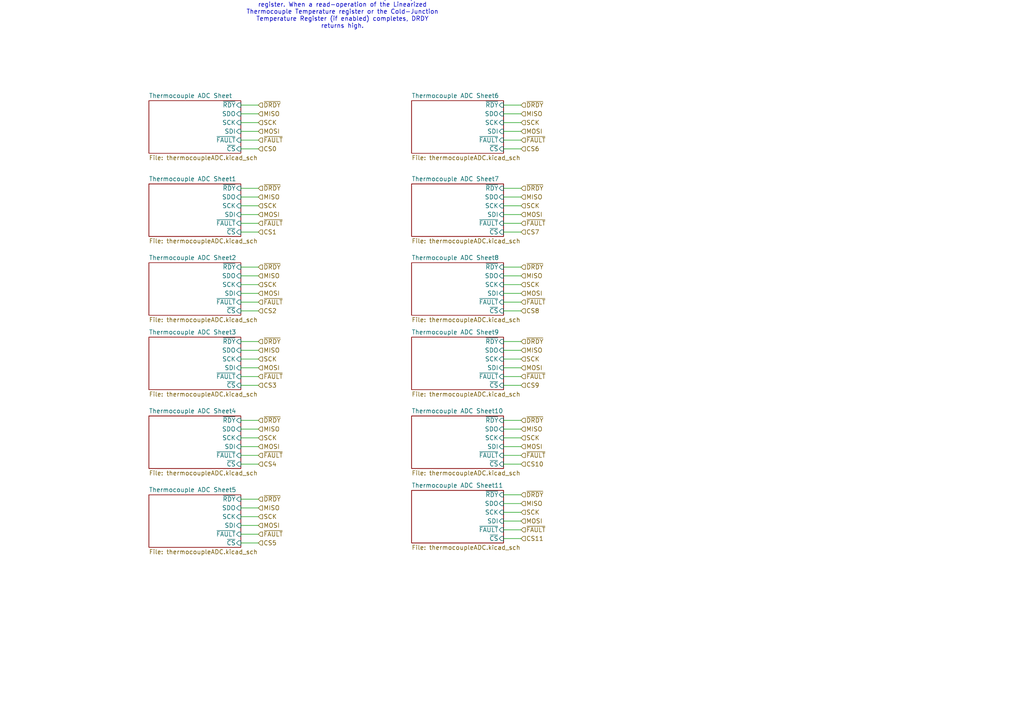
<source format=kicad_sch>
(kicad_sch
	(version 20231120)
	(generator "eeschema")
	(generator_version "8.0")
	(uuid "a1dc12ee-9b9e-406c-981a-12ee910a57ec")
	(paper "A4")
	(lib_symbols)
	(wire
		(pts
			(xy 151.13 85.09) (xy 146.05 85.09)
		)
		(stroke
			(width 0)
			(type default)
		)
		(uuid "101c0eb8-ffb2-4d47-aeb2-18571da2f695")
	)
	(wire
		(pts
			(xy 74.93 144.78) (xy 69.85 144.78)
		)
		(stroke
			(width 0)
			(type default)
		)
		(uuid "16eae572-4b7f-4d49-b2bd-06b749efc7c5")
	)
	(wire
		(pts
			(xy 151.13 129.54) (xy 146.05 129.54)
		)
		(stroke
			(width 0)
			(type default)
		)
		(uuid "20611d62-c2a8-4bab-b17d-1e90deb0c2f6")
	)
	(wire
		(pts
			(xy 151.13 134.62) (xy 146.05 134.62)
		)
		(stroke
			(width 0)
			(type default)
		)
		(uuid "20e53cbd-68b3-4eaf-87e2-d388a52d3093")
	)
	(wire
		(pts
			(xy 74.93 62.23) (xy 69.85 62.23)
		)
		(stroke
			(width 0)
			(type default)
		)
		(uuid "25b03330-ef0b-4ed3-8ba2-3f3da84e3d0e")
	)
	(wire
		(pts
			(xy 151.13 67.31) (xy 146.05 67.31)
		)
		(stroke
			(width 0)
			(type default)
		)
		(uuid "2a3b346a-12c4-4974-ab35-85eee6a34291")
	)
	(wire
		(pts
			(xy 74.93 157.48) (xy 69.85 157.48)
		)
		(stroke
			(width 0)
			(type default)
		)
		(uuid "2a742fa5-ac1d-410b-84f5-d4cddc91f80a")
	)
	(wire
		(pts
			(xy 151.13 146.05) (xy 146.05 146.05)
		)
		(stroke
			(width 0)
			(type default)
		)
		(uuid "309e8ac3-a36a-481d-9ea6-0561a0fcbbbf")
	)
	(wire
		(pts
			(xy 74.93 54.61) (xy 69.85 54.61)
		)
		(stroke
			(width 0)
			(type default)
		)
		(uuid "324b2694-b20a-4e4c-b518-5642712fac52")
	)
	(wire
		(pts
			(xy 151.13 151.13) (xy 146.05 151.13)
		)
		(stroke
			(width 0)
			(type default)
		)
		(uuid "357fd31b-16a6-4368-90da-a205eecff7c4")
	)
	(wire
		(pts
			(xy 151.13 87.63) (xy 146.05 87.63)
		)
		(stroke
			(width 0)
			(type default)
		)
		(uuid "36fc7b79-d300-40ae-af6f-35a2b540594c")
	)
	(wire
		(pts
			(xy 151.13 54.61) (xy 146.05 54.61)
		)
		(stroke
			(width 0)
			(type default)
		)
		(uuid "37974eb4-aa90-417b-a857-2041221f9097")
	)
	(wire
		(pts
			(xy 74.93 106.68) (xy 69.85 106.68)
		)
		(stroke
			(width 0)
			(type default)
		)
		(uuid "3d112aa6-d57d-40fe-978b-aae50e9bf064")
	)
	(wire
		(pts
			(xy 151.13 127) (xy 146.05 127)
		)
		(stroke
			(width 0)
			(type default)
		)
		(uuid "3f1d582c-ba42-4606-97ce-96e4af1c4f98")
	)
	(wire
		(pts
			(xy 151.13 62.23) (xy 146.05 62.23)
		)
		(stroke
			(width 0)
			(type default)
		)
		(uuid "46317e14-c699-4ba8-a1ea-873d2fa05663")
	)
	(wire
		(pts
			(xy 151.13 106.68) (xy 146.05 106.68)
		)
		(stroke
			(width 0)
			(type default)
		)
		(uuid "4b8dc053-a63f-4f7d-8c17-2d2f3c77b7c6")
	)
	(wire
		(pts
			(xy 74.93 59.69) (xy 69.85 59.69)
		)
		(stroke
			(width 0)
			(type default)
		)
		(uuid "4d255792-6123-45ea-b7d1-349c41538ce9")
	)
	(wire
		(pts
			(xy 74.93 87.63) (xy 69.85 87.63)
		)
		(stroke
			(width 0)
			(type default)
		)
		(uuid "4d8f6cc7-4160-4e96-bb6f-96a86c9d9a1b")
	)
	(wire
		(pts
			(xy 74.93 85.09) (xy 69.85 85.09)
		)
		(stroke
			(width 0)
			(type default)
		)
		(uuid "4e7a7b21-e63c-450c-b51c-252c9de3f67b")
	)
	(wire
		(pts
			(xy 151.13 59.69) (xy 146.05 59.69)
		)
		(stroke
			(width 0)
			(type default)
		)
		(uuid "52578701-4029-4205-b933-1d618bc8e523")
	)
	(wire
		(pts
			(xy 151.13 33.02) (xy 146.05 33.02)
		)
		(stroke
			(width 0)
			(type default)
		)
		(uuid "602feaeb-12cd-4b5b-89cc-e7882a5df35b")
	)
	(wire
		(pts
			(xy 151.13 82.55) (xy 146.05 82.55)
		)
		(stroke
			(width 0)
			(type default)
		)
		(uuid "612c0fc1-d25c-4372-b28b-de757c7a689f")
	)
	(wire
		(pts
			(xy 74.93 33.02) (xy 69.85 33.02)
		)
		(stroke
			(width 0)
			(type default)
		)
		(uuid "62609421-71a5-48a1-bc06-8ad01c11ae38")
	)
	(wire
		(pts
			(xy 74.93 43.18) (xy 69.85 43.18)
		)
		(stroke
			(width 0)
			(type default)
		)
		(uuid "6701d21a-2b51-4b09-b057-e6025f14cfd6")
	)
	(wire
		(pts
			(xy 74.93 82.55) (xy 69.85 82.55)
		)
		(stroke
			(width 0)
			(type default)
		)
		(uuid "675caaf5-ab6b-478f-829d-0224089f574b")
	)
	(wire
		(pts
			(xy 151.13 156.21) (xy 146.05 156.21)
		)
		(stroke
			(width 0)
			(type default)
		)
		(uuid "6caef0ee-b98d-41be-84d5-a9e5a238f4b4")
	)
	(wire
		(pts
			(xy 74.93 40.64) (xy 69.85 40.64)
		)
		(stroke
			(width 0)
			(type default)
		)
		(uuid "6e3a186e-5315-4800-99fa-96bd8a5952d2")
	)
	(wire
		(pts
			(xy 74.93 64.77) (xy 69.85 64.77)
		)
		(stroke
			(width 0)
			(type default)
		)
		(uuid "6fc7505c-3b76-4d22-b6ee-3361713f9104")
	)
	(wire
		(pts
			(xy 151.13 43.18) (xy 146.05 43.18)
		)
		(stroke
			(width 0)
			(type default)
		)
		(uuid "78a40dd7-158e-4e53-b96d-fc5e2af5ad06")
	)
	(wire
		(pts
			(xy 151.13 143.51) (xy 146.05 143.51)
		)
		(stroke
			(width 0)
			(type default)
		)
		(uuid "7e7ebdf7-2a2d-4468-85e3-08847f9c12a8")
	)
	(wire
		(pts
			(xy 74.93 38.1) (xy 69.85 38.1)
		)
		(stroke
			(width 0)
			(type default)
		)
		(uuid "80cad9d9-c0d2-44f1-b9aa-b78e5cff3c99")
	)
	(wire
		(pts
			(xy 74.93 30.48) (xy 69.85 30.48)
		)
		(stroke
			(width 0)
			(type default)
		)
		(uuid "83eb29be-9b5f-4977-bba8-b3524326c555")
	)
	(wire
		(pts
			(xy 74.93 147.32) (xy 69.85 147.32)
		)
		(stroke
			(width 0)
			(type default)
		)
		(uuid "84a6ad08-0624-4c64-b1b2-8a8d4c39b176")
	)
	(wire
		(pts
			(xy 151.13 77.47) (xy 146.05 77.47)
		)
		(stroke
			(width 0)
			(type default)
		)
		(uuid "850f5e54-6c58-4b99-8d2c-f9c55dc04947")
	)
	(wire
		(pts
			(xy 74.93 109.22) (xy 69.85 109.22)
		)
		(stroke
			(width 0)
			(type default)
		)
		(uuid "858b914c-7d90-4295-89e9-624ce49f9f71")
	)
	(wire
		(pts
			(xy 74.93 90.17) (xy 69.85 90.17)
		)
		(stroke
			(width 0)
			(type default)
		)
		(uuid "95f07592-9fd2-4032-825a-203954c0517f")
	)
	(wire
		(pts
			(xy 74.93 35.56) (xy 69.85 35.56)
		)
		(stroke
			(width 0)
			(type default)
		)
		(uuid "9c47a7d9-cce6-4f48-a43f-bd46c8abd1d4")
	)
	(wire
		(pts
			(xy 74.93 101.6) (xy 69.85 101.6)
		)
		(stroke
			(width 0)
			(type default)
		)
		(uuid "a118b0b4-2ecf-4b75-b207-677ad0640b5d")
	)
	(wire
		(pts
			(xy 151.13 99.06) (xy 146.05 99.06)
		)
		(stroke
			(width 0)
			(type default)
		)
		(uuid "a3ac22bd-19ee-4099-b7c1-7c2dbfa3c663")
	)
	(wire
		(pts
			(xy 74.93 104.14) (xy 69.85 104.14)
		)
		(stroke
			(width 0)
			(type default)
		)
		(uuid "a5291bf4-5b41-464d-8d28-11fd3b0881f2")
	)
	(wire
		(pts
			(xy 151.13 90.17) (xy 146.05 90.17)
		)
		(stroke
			(width 0)
			(type default)
		)
		(uuid "a5983a33-2eeb-4743-8f37-da2d213d3e78")
	)
	(wire
		(pts
			(xy 151.13 124.46) (xy 146.05 124.46)
		)
		(stroke
			(width 0)
			(type default)
		)
		(uuid "a6c53970-ff38-4401-a30b-6a789db48c50")
	)
	(wire
		(pts
			(xy 74.93 77.47) (xy 69.85 77.47)
		)
		(stroke
			(width 0)
			(type default)
		)
		(uuid "a7712dbc-fd6d-4c60-a466-a5e46929bd58")
	)
	(wire
		(pts
			(xy 74.93 134.62) (xy 69.85 134.62)
		)
		(stroke
			(width 0)
			(type default)
		)
		(uuid "aa06e377-18ef-4f1b-8602-53d444106517")
	)
	(wire
		(pts
			(xy 74.93 129.54) (xy 69.85 129.54)
		)
		(stroke
			(width 0)
			(type default)
		)
		(uuid "ad5432cd-70a4-4dd7-af0b-72bf0caf7193")
	)
	(wire
		(pts
			(xy 151.13 121.92) (xy 146.05 121.92)
		)
		(stroke
			(width 0)
			(type default)
		)
		(uuid "b02ea900-3684-4c66-9fe7-47c6e11c736e")
	)
	(wire
		(pts
			(xy 74.93 149.86) (xy 69.85 149.86)
		)
		(stroke
			(width 0)
			(type default)
		)
		(uuid "b18a5ba5-3ff9-4e1a-b3b1-8f2adfc28c2f")
	)
	(wire
		(pts
			(xy 74.93 67.31) (xy 69.85 67.31)
		)
		(stroke
			(width 0)
			(type default)
		)
		(uuid "b2eda070-10f7-4dcf-b494-de84687a74be")
	)
	(wire
		(pts
			(xy 151.13 101.6) (xy 146.05 101.6)
		)
		(stroke
			(width 0)
			(type default)
		)
		(uuid "b755f531-ccc5-4df2-a6ec-41794e69c056")
	)
	(wire
		(pts
			(xy 74.93 154.94) (xy 69.85 154.94)
		)
		(stroke
			(width 0)
			(type default)
		)
		(uuid "b8769d97-215f-4649-9698-1f00a00c902d")
	)
	(wire
		(pts
			(xy 151.13 148.59) (xy 146.05 148.59)
		)
		(stroke
			(width 0)
			(type default)
		)
		(uuid "c2e31f91-50a7-433e-9b00-efae8f0e407d")
	)
	(wire
		(pts
			(xy 151.13 104.14) (xy 146.05 104.14)
		)
		(stroke
			(width 0)
			(type default)
		)
		(uuid "c40b0090-dfa5-431f-be9d-58ce6899cfa9")
	)
	(wire
		(pts
			(xy 151.13 38.1) (xy 146.05 38.1)
		)
		(stroke
			(width 0)
			(type default)
		)
		(uuid "c8b51802-08be-4935-90d9-8f4d62cf8d91")
	)
	(wire
		(pts
			(xy 151.13 30.48) (xy 146.05 30.48)
		)
		(stroke
			(width 0)
			(type default)
		)
		(uuid "ccd1e9c4-4c6c-4aee-8b26-a150a31c4d7f")
	)
	(wire
		(pts
			(xy 74.93 121.92) (xy 69.85 121.92)
		)
		(stroke
			(width 0)
			(type default)
		)
		(uuid "d1e5162f-5bff-4381-bbae-805eaefb687a")
	)
	(wire
		(pts
			(xy 74.93 124.46) (xy 69.85 124.46)
		)
		(stroke
			(width 0)
			(type default)
		)
		(uuid "d4b3c1c0-68d2-43a8-b85c-f950cda4519f")
	)
	(wire
		(pts
			(xy 74.93 111.76) (xy 69.85 111.76)
		)
		(stroke
			(width 0)
			(type default)
		)
		(uuid "de98839e-5e0f-4e5f-a61d-f91a40ced01f")
	)
	(wire
		(pts
			(xy 151.13 111.76) (xy 146.05 111.76)
		)
		(stroke
			(width 0)
			(type default)
		)
		(uuid "deb4dec6-ce40-4944-b311-ac310c6b5ad4")
	)
	(wire
		(pts
			(xy 74.93 152.4) (xy 69.85 152.4)
		)
		(stroke
			(width 0)
			(type default)
		)
		(uuid "e2d12d1e-4ce9-4a02-898a-8e706ef62a88")
	)
	(wire
		(pts
			(xy 74.93 57.15) (xy 69.85 57.15)
		)
		(stroke
			(width 0)
			(type default)
		)
		(uuid "e65b0065-a850-4e76-a959-bff9fe3b2cac")
	)
	(wire
		(pts
			(xy 151.13 80.01) (xy 146.05 80.01)
		)
		(stroke
			(width 0)
			(type default)
		)
		(uuid "e6912168-7bb6-483c-8c2e-5563a565b35f")
	)
	(wire
		(pts
			(xy 74.93 132.08) (xy 69.85 132.08)
		)
		(stroke
			(width 0)
			(type default)
		)
		(uuid "e6ed4a06-f8dd-47ac-96e8-3ace83c5021e")
	)
	(wire
		(pts
			(xy 151.13 153.67) (xy 146.05 153.67)
		)
		(stroke
			(width 0)
			(type default)
		)
		(uuid "e9169a3f-daf5-4fb1-a96d-c7e0beb54fde")
	)
	(wire
		(pts
			(xy 151.13 132.08) (xy 146.05 132.08)
		)
		(stroke
			(width 0)
			(type default)
		)
		(uuid "eb636c43-c342-4496-870a-cac2ac528bcf")
	)
	(wire
		(pts
			(xy 74.93 80.01) (xy 69.85 80.01)
		)
		(stroke
			(width 0)
			(type default)
		)
		(uuid "ebf58ce1-cb2b-4477-82fd-2cc29d531132")
	)
	(wire
		(pts
			(xy 74.93 127) (xy 69.85 127)
		)
		(stroke
			(width 0)
			(type default)
		)
		(uuid "ee0682bd-24dc-431f-a0f9-1a3c26bc76b8")
	)
	(wire
		(pts
			(xy 151.13 64.77) (xy 146.05 64.77)
		)
		(stroke
			(width 0)
			(type default)
		)
		(uuid "eeb9e7d9-538d-4798-b832-2afbe75d399b")
	)
	(wire
		(pts
			(xy 151.13 109.22) (xy 146.05 109.22)
		)
		(stroke
			(width 0)
			(type default)
		)
		(uuid "ef83c133-da1b-4063-97f9-6089b3ab4861")
	)
	(wire
		(pts
			(xy 151.13 57.15) (xy 146.05 57.15)
		)
		(stroke
			(width 0)
			(type default)
		)
		(uuid "faf0ed11-2a6f-48f3-9228-58d65d79b62e")
	)
	(wire
		(pts
			(xy 74.93 99.06) (xy 69.85 99.06)
		)
		(stroke
			(width 0)
			(type default)
		)
		(uuid "fb673330-7196-4978-b6ed-a653eab4f5c9")
	)
	(wire
		(pts
			(xy 151.13 40.64) (xy 146.05 40.64)
		)
		(stroke
			(width 0)
			(type default)
		)
		(uuid "fb830661-19a2-4750-8a05-1a6ee2ba825c")
	)
	(wire
		(pts
			(xy 151.13 35.56) (xy 146.05 35.56)
		)
		(stroke
			(width 0)
			(type default)
		)
		(uuid "ffae81aa-cf9d-4c7e-a0f0-e7ebffd5838d")
	)
	(text "If a threshold is exceeded, the\ncorresponding bit is set in the Fault Status register (0Fh)\nand, if not masked, the FAULT output will assert. "
		(exclude_from_sim no)
		(at 97.79 -14.986 0)
		(effects
			(font
				(size 1.27 1.27)
			)
		)
		(uuid "83cb66a7-3809-4b57-b1fa-6f027401ee64")
	)
	(text "The DRDY output goes low when a new conversion result\nis available in the Linearized Thermocouple Temperature\nregister. When a read-operation of the Linearized\nThermocouple Temperature register or the Cold-Junction\nTemperature Register (if enabled) completes, DRDY\nreturns high."
		(exclude_from_sim no)
		(at 99.314 2.54 0)
		(effects
			(font
				(size 1.27 1.27)
			)
		)
		(uuid "f5053e7e-3920-49ff-9a35-de773cab2652")
	)
	(hierarchical_label "MOSI"
		(shape input)
		(at 151.13 106.68 0)
		(fields_autoplaced yes)
		(effects
			(font
				(size 1.27 1.27)
			)
			(justify left)
		)
		(uuid "007aa6be-8fb2-40b9-b603-54a847f2d539")
	)
	(hierarchical_label "MISO"
		(shape input)
		(at 74.93 80.01 0)
		(fields_autoplaced yes)
		(effects
			(font
				(size 1.27 1.27)
			)
			(justify left)
		)
		(uuid "0341d026-289d-4aca-94a3-c98299f9da85")
	)
	(hierarchical_label "MISO"
		(shape input)
		(at 151.13 124.46 0)
		(fields_autoplaced yes)
		(effects
			(font
				(size 1.27 1.27)
			)
			(justify left)
		)
		(uuid "05a745ec-c78f-47ec-a298-4a64300abd36")
	)
	(hierarchical_label "~{DRDY}"
		(shape input)
		(at 151.13 99.06 0)
		(fields_autoplaced yes)
		(effects
			(font
				(size 1.27 1.27)
			)
			(justify left)
		)
		(uuid "0a05a431-72f3-4ff3-a8e3-0184f45edfbf")
	)
	(hierarchical_label "~{DRDY}"
		(shape input)
		(at 151.13 143.51 0)
		(fields_autoplaced yes)
		(effects
			(font
				(size 1.27 1.27)
			)
			(justify left)
		)
		(uuid "0eeb199b-5c52-456e-a132-4e54c5026f97")
	)
	(hierarchical_label "~{DRDY}"
		(shape input)
		(at 74.93 30.48 0)
		(fields_autoplaced yes)
		(effects
			(font
				(size 1.27 1.27)
			)
			(justify left)
		)
		(uuid "0f4617dc-a9d7-4b41-bd90-541949952650")
	)
	(hierarchical_label "SCK"
		(shape input)
		(at 74.93 59.69 0)
		(fields_autoplaced yes)
		(effects
			(font
				(size 1.27 1.27)
			)
			(justify left)
		)
		(uuid "12c52028-d4fc-41b3-bfe8-68612bac481f")
	)
	(hierarchical_label "MISO"
		(shape input)
		(at 74.93 101.6 0)
		(fields_autoplaced yes)
		(effects
			(font
				(size 1.27 1.27)
			)
			(justify left)
		)
		(uuid "14901a0c-68a5-4850-b6b7-4b8a696430a4")
	)
	(hierarchical_label "MISO"
		(shape input)
		(at 151.13 146.05 0)
		(fields_autoplaced yes)
		(effects
			(font
				(size 1.27 1.27)
			)
			(justify left)
		)
		(uuid "1f9ea78a-14be-4e00-adb0-c747c50b3721")
	)
	(hierarchical_label "MOSI"
		(shape input)
		(at 74.93 106.68 0)
		(fields_autoplaced yes)
		(effects
			(font
				(size 1.27 1.27)
			)
			(justify left)
		)
		(uuid "21b73118-c8e1-4043-98b2-750665501fd7")
	)
	(hierarchical_label "~{FAULT}"
		(shape input)
		(at 74.93 87.63 0)
		(fields_autoplaced yes)
		(effects
			(font
				(size 1.27 1.27)
			)
			(justify left)
		)
		(uuid "2520c70e-f509-4b70-8f1a-77f2ecc06864")
	)
	(hierarchical_label "MISO"
		(shape input)
		(at 151.13 57.15 0)
		(fields_autoplaced yes)
		(effects
			(font
				(size 1.27 1.27)
			)
			(justify left)
		)
		(uuid "28d00c2c-15da-47fa-a636-7ef1980b160a")
	)
	(hierarchical_label "~{FAULT}"
		(shape input)
		(at 151.13 40.64 0)
		(fields_autoplaced yes)
		(effects
			(font
				(size 1.27 1.27)
			)
			(justify left)
		)
		(uuid "2e5ac73d-3e04-4863-8ed7-2da169e118c4")
	)
	(hierarchical_label "MOSI"
		(shape input)
		(at 151.13 129.54 0)
		(fields_autoplaced yes)
		(effects
			(font
				(size 1.27 1.27)
			)
			(justify left)
		)
		(uuid "2e6ab30f-359a-47da-9c2b-bbe02c2fc9ea")
	)
	(hierarchical_label "~{DRDY}"
		(shape input)
		(at 151.13 77.47 0)
		(fields_autoplaced yes)
		(effects
			(font
				(size 1.27 1.27)
			)
			(justify left)
		)
		(uuid "3762d4fc-45aa-4a17-8f75-0ab2945a9e1c")
	)
	(hierarchical_label "MOSI"
		(shape input)
		(at 151.13 151.13 0)
		(fields_autoplaced yes)
		(effects
			(font
				(size 1.27 1.27)
			)
			(justify left)
		)
		(uuid "37a3d707-ec7a-49c1-8e78-104fd576b7f4")
	)
	(hierarchical_label "CS8"
		(shape input)
		(at 151.13 90.17 0)
		(fields_autoplaced yes)
		(effects
			(font
				(size 1.27 1.27)
			)
			(justify left)
		)
		(uuid "3da93f83-6145-4f52-bfac-f487bc3afb75")
	)
	(hierarchical_label "CS0"
		(shape input)
		(at 74.93 43.18 0)
		(fields_autoplaced yes)
		(effects
			(font
				(size 1.27 1.27)
			)
			(justify left)
		)
		(uuid "44d9fe3e-e9be-4696-a778-b4fe3eab87e7")
	)
	(hierarchical_label "~{FAULT}"
		(shape input)
		(at 151.13 87.63 0)
		(fields_autoplaced yes)
		(effects
			(font
				(size 1.27 1.27)
			)
			(justify left)
		)
		(uuid "454da1e7-1e36-49e9-bc7f-17b8f64c9d0c")
	)
	(hierarchical_label "CS11"
		(shape input)
		(at 151.13 156.21 0)
		(fields_autoplaced yes)
		(effects
			(font
				(size 1.27 1.27)
			)
			(justify left)
		)
		(uuid "4618ffe1-3999-4f55-a9b1-86fabf3e68d2")
	)
	(hierarchical_label "MISO"
		(shape input)
		(at 151.13 80.01 0)
		(fields_autoplaced yes)
		(effects
			(font
				(size 1.27 1.27)
			)
			(justify left)
		)
		(uuid "4907861c-142c-49d0-a025-80478006ab85")
	)
	(hierarchical_label "SCK"
		(shape input)
		(at 74.93 82.55 0)
		(fields_autoplaced yes)
		(effects
			(font
				(size 1.27 1.27)
			)
			(justify left)
		)
		(uuid "493c1a29-2e07-45ee-bb51-fcd5048912cc")
	)
	(hierarchical_label "SCK"
		(shape input)
		(at 74.93 35.56 0)
		(fields_autoplaced yes)
		(effects
			(font
				(size 1.27 1.27)
			)
			(justify left)
		)
		(uuid "49565882-f6e4-4c0f-b745-bf678458dcc8")
	)
	(hierarchical_label "~{DRDY}"
		(shape input)
		(at 74.93 99.06 0)
		(fields_autoplaced yes)
		(effects
			(font
				(size 1.27 1.27)
			)
			(justify left)
		)
		(uuid "4c0f7016-2e99-497b-9b1a-2fa356f9a38c")
	)
	(hierarchical_label "~{FAULT}"
		(shape input)
		(at 151.13 132.08 0)
		(fields_autoplaced yes)
		(effects
			(font
				(size 1.27 1.27)
			)
			(justify left)
		)
		(uuid "4f83eb3a-97af-4def-9cfd-88dbaa69a391")
	)
	(hierarchical_label "MOSI"
		(shape input)
		(at 151.13 38.1 0)
		(fields_autoplaced yes)
		(effects
			(font
				(size 1.27 1.27)
			)
			(justify left)
		)
		(uuid "509fd540-3fac-47b3-9fb8-ee4f9724ed00")
	)
	(hierarchical_label "~{DRDY}"
		(shape input)
		(at 74.93 121.92 0)
		(fields_autoplaced yes)
		(effects
			(font
				(size 1.27 1.27)
			)
			(justify left)
		)
		(uuid "51bd95f2-ce23-479f-b026-05502a8bdda4")
	)
	(hierarchical_label "~{FAULT}"
		(shape input)
		(at 74.93 40.64 0)
		(fields_autoplaced yes)
		(effects
			(font
				(size 1.27 1.27)
			)
			(justify left)
		)
		(uuid "52d7e593-b59d-4710-9b02-9d5917adddd1")
	)
	(hierarchical_label "~{FAULT}"
		(shape input)
		(at 74.93 109.22 0)
		(fields_autoplaced yes)
		(effects
			(font
				(size 1.27 1.27)
			)
			(justify left)
		)
		(uuid "53bcdd9d-61e4-4c66-ae91-57479c3b9152")
	)
	(hierarchical_label "~{FAULT}"
		(shape input)
		(at 151.13 64.77 0)
		(fields_autoplaced yes)
		(effects
			(font
				(size 1.27 1.27)
			)
			(justify left)
		)
		(uuid "555e194d-fa72-4163-aa18-a5f9878f4e5c")
	)
	(hierarchical_label "~{FAULT}"
		(shape input)
		(at 151.13 109.22 0)
		(fields_autoplaced yes)
		(effects
			(font
				(size 1.27 1.27)
			)
			(justify left)
		)
		(uuid "576e4ed7-6d88-4e34-b7ca-aa90de0ab379")
	)
	(hierarchical_label "SCK"
		(shape input)
		(at 74.93 104.14 0)
		(fields_autoplaced yes)
		(effects
			(font
				(size 1.27 1.27)
			)
			(justify left)
		)
		(uuid "5c4bf52a-90d1-489d-92da-365877dd4813")
	)
	(hierarchical_label "SCK"
		(shape input)
		(at 151.13 59.69 0)
		(fields_autoplaced yes)
		(effects
			(font
				(size 1.27 1.27)
			)
			(justify left)
		)
		(uuid "6294890d-4bfd-4300-97bc-e699e5b47b78")
	)
	(hierarchical_label "SCK"
		(shape input)
		(at 74.93 127 0)
		(fields_autoplaced yes)
		(effects
			(font
				(size 1.27 1.27)
			)
			(justify left)
		)
		(uuid "652380d0-4cf5-4d09-aa98-b393ebd35180")
	)
	(hierarchical_label "~{FAULT}"
		(shape input)
		(at 74.93 154.94 0)
		(fields_autoplaced yes)
		(effects
			(font
				(size 1.27 1.27)
			)
			(justify left)
		)
		(uuid "6c0b5d28-2c95-4263-b315-5699bdebfeed")
	)
	(hierarchical_label "MISO"
		(shape input)
		(at 151.13 33.02 0)
		(fields_autoplaced yes)
		(effects
			(font
				(size 1.27 1.27)
			)
			(justify left)
		)
		(uuid "7c58ba1e-b41f-4dc4-8db3-ddfa0ba4cffb")
	)
	(hierarchical_label "CS7"
		(shape input)
		(at 151.13 67.31 0)
		(fields_autoplaced yes)
		(effects
			(font
				(size 1.27 1.27)
			)
			(justify left)
		)
		(uuid "7cd5ec4c-0c3d-487e-af25-4df49f0ac677")
	)
	(hierarchical_label "CS9"
		(shape input)
		(at 151.13 111.76 0)
		(fields_autoplaced yes)
		(effects
			(font
				(size 1.27 1.27)
			)
			(justify left)
		)
		(uuid "809e1cd7-1869-459d-bc94-1ae8007e3595")
	)
	(hierarchical_label "~{FAULT}"
		(shape input)
		(at 151.13 153.67 0)
		(fields_autoplaced yes)
		(effects
			(font
				(size 1.27 1.27)
			)
			(justify left)
		)
		(uuid "83647b3d-c19f-4d1d-9237-a13bb543bd5d")
	)
	(hierarchical_label "~{FAULT}"
		(shape input)
		(at 74.93 132.08 0)
		(fields_autoplaced yes)
		(effects
			(font
				(size 1.27 1.27)
			)
			(justify left)
		)
		(uuid "83cbb3b8-58ab-4ef3-8e3b-b33464f1f961")
	)
	(hierarchical_label "~{DRDY}"
		(shape input)
		(at 151.13 30.48 0)
		(fields_autoplaced yes)
		(effects
			(font
				(size 1.27 1.27)
			)
			(justify left)
		)
		(uuid "84a1af40-0a10-49e3-b1e4-cd5fbbe3959e")
	)
	(hierarchical_label "CS2"
		(shape input)
		(at 74.93 90.17 0)
		(fields_autoplaced yes)
		(effects
			(font
				(size 1.27 1.27)
			)
			(justify left)
		)
		(uuid "88ff24bb-5fd2-4281-9c53-0c224f1df3ea")
	)
	(hierarchical_label "~{DRDY}"
		(shape input)
		(at 74.93 144.78 0)
		(fields_autoplaced yes)
		(effects
			(font
				(size 1.27 1.27)
			)
			(justify left)
		)
		(uuid "89014b85-8058-459a-8007-e68691893beb")
	)
	(hierarchical_label "SCK"
		(shape input)
		(at 151.13 35.56 0)
		(fields_autoplaced yes)
		(effects
			(font
				(size 1.27 1.27)
			)
			(justify left)
		)
		(uuid "915b36e9-d721-4b1a-9117-45fdbd120905")
	)
	(hierarchical_label "MISO"
		(shape input)
		(at 151.13 101.6 0)
		(fields_autoplaced yes)
		(effects
			(font
				(size 1.27 1.27)
			)
			(justify left)
		)
		(uuid "92261d70-6500-4eb3-b195-60070c1a4cec")
	)
	(hierarchical_label "~{DRDY}"
		(shape input)
		(at 74.93 77.47 0)
		(fields_autoplaced yes)
		(effects
			(font
				(size 1.27 1.27)
			)
			(justify left)
		)
		(uuid "96fc640b-d637-4ac8-a2b3-f801e8bdfcc3")
	)
	(hierarchical_label "~{DRDY}"
		(shape input)
		(at 151.13 54.61 0)
		(fields_autoplaced yes)
		(effects
			(font
				(size 1.27 1.27)
			)
			(justify left)
		)
		(uuid "972d43a1-f819-4614-85d6-7711e6d69861")
	)
	(hierarchical_label "MISO"
		(shape input)
		(at 74.93 33.02 0)
		(fields_autoplaced yes)
		(effects
			(font
				(size 1.27 1.27)
			)
			(justify left)
		)
		(uuid "9a3d9b80-1cc3-4ab0-bc4c-a43b4cf310e9")
	)
	(hierarchical_label "SCK"
		(shape input)
		(at 151.13 104.14 0)
		(fields_autoplaced yes)
		(effects
			(font
				(size 1.27 1.27)
			)
			(justify left)
		)
		(uuid "a1e6789b-4d27-4bf3-88d5-e58ed9e6f203")
	)
	(hierarchical_label "SCK"
		(shape input)
		(at 151.13 127 0)
		(fields_autoplaced yes)
		(effects
			(font
				(size 1.27 1.27)
			)
			(justify left)
		)
		(uuid "a4d76b91-500a-4cda-8633-9643af314fee")
	)
	(hierarchical_label "~{FAULT}"
		(shape input)
		(at 74.93 64.77 0)
		(fields_autoplaced yes)
		(effects
			(font
				(size 1.27 1.27)
			)
			(justify left)
		)
		(uuid "a5277b31-aa97-43d6-af27-75ade8816664")
	)
	(hierarchical_label "~{DRDY}"
		(shape input)
		(at 151.13 121.92 0)
		(fields_autoplaced yes)
		(effects
			(font
				(size 1.27 1.27)
			)
			(justify left)
		)
		(uuid "a93b340b-a28e-4373-8e03-2dcdfe74b3f0")
	)
	(hierarchical_label "MOSI"
		(shape input)
		(at 74.93 152.4 0)
		(fields_autoplaced yes)
		(effects
			(font
				(size 1.27 1.27)
			)
			(justify left)
		)
		(uuid "b0a23b0a-f396-47ff-8f88-ccdfa6bafab7")
	)
	(hierarchical_label "CS4"
		(shape input)
		(at 74.93 134.62 0)
		(fields_autoplaced yes)
		(effects
			(font
				(size 1.27 1.27)
			)
			(justify left)
		)
		(uuid "b32dac5c-f623-45ad-bcb9-0ba7acc5af6c")
	)
	(hierarchical_label "SCK"
		(shape input)
		(at 151.13 82.55 0)
		(fields_autoplaced yes)
		(effects
			(font
				(size 1.27 1.27)
			)
			(justify left)
		)
		(uuid "b5df05f0-b1f0-47ed-a065-e995cd1b45eb")
	)
	(hierarchical_label "MISO"
		(shape input)
		(at 74.93 124.46 0)
		(fields_autoplaced yes)
		(effects
			(font
				(size 1.27 1.27)
			)
			(justify left)
		)
		(uuid "b6d8db57-bda0-4b78-a25f-c1d335af24bb")
	)
	(hierarchical_label "MOSI"
		(shape input)
		(at 74.93 38.1 0)
		(fields_autoplaced yes)
		(effects
			(font
				(size 1.27 1.27)
			)
			(justify left)
		)
		(uuid "bacbb878-8a80-4a96-8d25-6f56663e8db2")
	)
	(hierarchical_label "MISO"
		(shape input)
		(at 74.93 57.15 0)
		(fields_autoplaced yes)
		(effects
			(font
				(size 1.27 1.27)
			)
			(justify left)
		)
		(uuid "bde8ce3b-f64f-42e9-bb17-4bc4949a4107")
	)
	(hierarchical_label "SCK"
		(shape input)
		(at 151.13 148.59 0)
		(fields_autoplaced yes)
		(effects
			(font
				(size 1.27 1.27)
			)
			(justify left)
		)
		(uuid "c6f964df-4b15-4b35-b067-dfd8a22f1499")
	)
	(hierarchical_label "MISO"
		(shape input)
		(at 74.93 147.32 0)
		(fields_autoplaced yes)
		(effects
			(font
				(size 1.27 1.27)
			)
			(justify left)
		)
		(uuid "c8221324-17af-443e-a9f6-a1c3a264af17")
	)
	(hierarchical_label "CS1"
		(shape input)
		(at 74.93 67.31 0)
		(fields_autoplaced yes)
		(effects
			(font
				(size 1.27 1.27)
			)
			(justify left)
		)
		(uuid "cdf86f29-8522-4e4c-9f89-ef41013c0dfd")
	)
	(hierarchical_label "MOSI"
		(shape input)
		(at 74.93 62.23 0)
		(fields_autoplaced yes)
		(effects
			(font
				(size 1.27 1.27)
			)
			(justify left)
		)
		(uuid "d059e52b-2431-4ac9-886a-694391936b99")
	)
	(hierarchical_label "CS6"
		(shape input)
		(at 151.13 43.18 0)
		(fields_autoplaced yes)
		(effects
			(font
				(size 1.27 1.27)
			)
			(justify left)
		)
		(uuid "d266564c-2a0c-4cc9-ae20-f9a7e8506579")
	)
	(hierarchical_label "CS3"
		(shape input)
		(at 74.93 111.76 0)
		(fields_autoplaced yes)
		(effects
			(font
				(size 1.27 1.27)
			)
			(justify left)
		)
		(uuid "d99e80ac-3706-4177-a512-e5f433d562d6")
	)
	(hierarchical_label "MOSI"
		(shape input)
		(at 74.93 85.09 0)
		(fields_autoplaced yes)
		(effects
			(font
				(size 1.27 1.27)
			)
			(justify left)
		)
		(uuid "de45ac2b-117b-4a21-9d77-8a5dea35bc67")
	)
	(hierarchical_label "MOSI"
		(shape input)
		(at 74.93 129.54 0)
		(fields_autoplaced yes)
		(effects
			(font
				(size 1.27 1.27)
			)
			(justify left)
		)
		(uuid "e1ba7815-b20e-492d-be72-c723ef92c9da")
	)
	(hierarchical_label "~{DRDY}"
		(shape input)
		(at 74.93 54.61 0)
		(fields_autoplaced yes)
		(effects
			(font
				(size 1.27 1.27)
			)
			(justify left)
		)
		(uuid "e232886e-f0e0-475e-a8b1-d079b2a273b8")
	)
	(hierarchical_label "CS5"
		(shape input)
		(at 74.93 157.48 0)
		(fields_autoplaced yes)
		(effects
			(font
				(size 1.27 1.27)
			)
			(justify left)
		)
		(uuid "e6c2ad89-7788-416c-ac64-832f367d6203")
	)
	(hierarchical_label "CS10"
		(shape input)
		(at 151.13 134.62 0)
		(fields_autoplaced yes)
		(effects
			(font
				(size 1.27 1.27)
			)
			(justify left)
		)
		(uuid "f24c71f2-2cbd-457a-9460-39cf0ebd9a8c")
	)
	(hierarchical_label "MOSI"
		(shape input)
		(at 151.13 62.23 0)
		(fields_autoplaced yes)
		(effects
			(font
				(size 1.27 1.27)
			)
			(justify left)
		)
		(uuid "f5ea332d-3fb9-455e-a096-891093fa8ad5")
	)
	(hierarchical_label "SCK"
		(shape input)
		(at 74.93 149.86 0)
		(fields_autoplaced yes)
		(effects
			(font
				(size 1.27 1.27)
			)
			(justify left)
		)
		(uuid "fa526763-9739-4c2c-90d7-56c180e14311")
	)
	(hierarchical_label "MOSI"
		(shape input)
		(at 151.13 85.09 0)
		(fields_autoplaced yes)
		(effects
			(font
				(size 1.27 1.27)
			)
			(justify left)
		)
		(uuid "febd23ab-f534-4620-986f-6d8e00f1871c")
	)
	(sheet
		(at 119.38 76.2)
		(size 26.67 15.24)
		(fields_autoplaced yes)
		(stroke
			(width 0.1524)
			(type solid)
		)
		(fill
			(color 0 0 0 0.0000)
		)
		(uuid "0513a691-4c28-4eab-8d5e-f8a5e7290cec")
		(property "Sheetname" "Thermocouple ADC Sheet8"
			(at 119.38 75.4884 0)
			(effects
				(font
					(size 1.27 1.27)
				)
				(justify left bottom)
			)
		)
		(property "Sheetfile" "thermocoupleADC.kicad_sch"
			(at 119.38 92.0246 0)
			(effects
				(font
					(size 1.27 1.27)
				)
				(justify left top)
			)
		)
		(pin "SDO" input
			(at 146.05 80.01 0)
			(effects
				(font
					(size 1.27 1.27)
				)
				(justify right)
			)
			(uuid "74258d70-938d-4d32-9816-d14bb56b7ff5")
		)
		(pin "SCK" input
			(at 146.05 82.55 0)
			(effects
				(font
					(size 1.27 1.27)
				)
				(justify right)
			)
			(uuid "669a3175-28cb-43b7-921b-fc04e52ec604")
		)
		(pin "SDI" input
			(at 146.05 85.09 0)
			(effects
				(font
					(size 1.27 1.27)
				)
				(justify right)
			)
			(uuid "8f22280e-a022-4fd7-bc14-99cc01d5d9df")
		)
		(pin "~{FAULT}" input
			(at 146.05 87.63 0)
			(effects
				(font
					(size 1.27 1.27)
				)
				(justify right)
			)
			(uuid "913652d2-1c7d-4a29-bc07-e099e94a9d1c")
		)
		(pin "~{CS}" input
			(at 146.05 90.17 0)
			(effects
				(font
					(size 1.27 1.27)
				)
				(justify right)
			)
			(uuid "6547d654-380d-436e-b130-b7431c69aa44")
		)
		(pin "~{RDY}" input
			(at 146.05 77.47 0)
			(effects
				(font
					(size 1.27 1.27)
				)
				(justify right)
			)
			(uuid "a7c69c05-7b2c-4a0c-a8fd-4a5308131732")
		)
		(instances
			(project "drTemp"
				(path "/4bb0d1e5-3eb7-4546-854c-b960971c031a/aa3d05e7-46c5-4409-8c5f-56085c6de45e"
					(page "11")
				)
			)
		)
	)
	(sheet
		(at 119.38 142.24)
		(size 26.67 15.24)
		(fields_autoplaced yes)
		(stroke
			(width 0.1524)
			(type solid)
		)
		(fill
			(color 0 0 0 0.0000)
		)
		(uuid "0e0af38b-d5be-4785-828e-e3327e07cb68")
		(property "Sheetname" "Thermocouple ADC Sheet11"
			(at 119.38 141.5284 0)
			(effects
				(font
					(size 1.27 1.27)
				)
				(justify left bottom)
			)
		)
		(property "Sheetfile" "thermocoupleADC.kicad_sch"
			(at 119.38 158.0646 0)
			(effects
				(font
					(size 1.27 1.27)
				)
				(justify left top)
			)
		)
		(pin "SDO" input
			(at 146.05 146.05 0)
			(effects
				(font
					(size 1.27 1.27)
				)
				(justify right)
			)
			(uuid "2a1a3a66-750f-42c5-a39f-893fa2646726")
		)
		(pin "SCK" input
			(at 146.05 148.59 0)
			(effects
				(font
					(size 1.27 1.27)
				)
				(justify right)
			)
			(uuid "f191ae35-428f-4b4c-88e6-f786797b9d9a")
		)
		(pin "SDI" input
			(at 146.05 151.13 0)
			(effects
				(font
					(size 1.27 1.27)
				)
				(justify right)
			)
			(uuid "cb29e5a0-d48a-4452-8864-f858d8affbec")
		)
		(pin "~{FAULT}" input
			(at 146.05 153.67 0)
			(effects
				(font
					(size 1.27 1.27)
				)
				(justify right)
			)
			(uuid "7fdef619-f6fc-458a-8935-f24a373da20d")
		)
		(pin "~{CS}" input
			(at 146.05 156.21 0)
			(effects
				(font
					(size 1.27 1.27)
				)
				(justify right)
			)
			(uuid "4b1e1372-5e9a-45e0-82ca-a31247b4a82e")
		)
		(pin "~{RDY}" input
			(at 146.05 143.51 0)
			(effects
				(font
					(size 1.27 1.27)
				)
				(justify right)
			)
			(uuid "f2e2613b-7778-46ac-a19d-fe92105ceaf5")
		)
		(instances
			(project "drTemp"
				(path "/4bb0d1e5-3eb7-4546-854c-b960971c031a/aa3d05e7-46c5-4409-8c5f-56085c6de45e"
					(page "14")
				)
			)
		)
	)
	(sheet
		(at 43.18 97.79)
		(size 26.67 15.24)
		(fields_autoplaced yes)
		(stroke
			(width 0.1524)
			(type solid)
		)
		(fill
			(color 0 0 0 0.0000)
		)
		(uuid "1827d7ba-ef03-4963-8881-86637b86e37d")
		(property "Sheetname" "Thermocouple ADC Sheet3"
			(at 43.18 97.0784 0)
			(effects
				(font
					(size 1.27 1.27)
				)
				(justify left bottom)
			)
		)
		(property "Sheetfile" "thermocoupleADC.kicad_sch"
			(at 43.18 113.6146 0)
			(effects
				(font
					(size 1.27 1.27)
				)
				(justify left top)
			)
		)
		(pin "SDO" input
			(at 69.85 101.6 0)
			(effects
				(font
					(size 1.27 1.27)
				)
				(justify right)
			)
			(uuid "f40c9d24-0486-476d-90af-56e5bf250fd8")
		)
		(pin "SCK" input
			(at 69.85 104.14 0)
			(effects
				(font
					(size 1.27 1.27)
				)
				(justify right)
			)
			(uuid "f8a577a4-d102-46e6-94ec-565cb7676e5d")
		)
		(pin "SDI" input
			(at 69.85 106.68 0)
			(effects
				(font
					(size 1.27 1.27)
				)
				(justify right)
			)
			(uuid "d863c3ac-2dd4-4950-8b4e-ee2ddf77ce17")
		)
		(pin "~{FAULT}" input
			(at 69.85 109.22 0)
			(effects
				(font
					(size 1.27 1.27)
				)
				(justify right)
			)
			(uuid "f8708802-b54c-4e15-9b8c-c846b43730bd")
		)
		(pin "~{CS}" input
			(at 69.85 111.76 0)
			(effects
				(font
					(size 1.27 1.27)
				)
				(justify right)
			)
			(uuid "c6b094a9-423e-4c57-9166-d9b6ec7811d6")
		)
		(pin "~{RDY}" input
			(at 69.85 99.06 0)
			(effects
				(font
					(size 1.27 1.27)
				)
				(justify right)
			)
			(uuid "a015f9eb-a668-4e2e-a627-dccf5b94ef78")
		)
		(instances
			(project "drTemp"
				(path "/4bb0d1e5-3eb7-4546-854c-b960971c031a/aa3d05e7-46c5-4409-8c5f-56085c6de45e"
					(page "6")
				)
			)
		)
	)
	(sheet
		(at 119.38 120.65)
		(size 26.67 15.24)
		(fields_autoplaced yes)
		(stroke
			(width 0.1524)
			(type solid)
		)
		(fill
			(color 0 0 0 0.0000)
		)
		(uuid "1848904c-4f9c-4b3e-9230-b2f9d363a619")
		(property "Sheetname" "Thermocouple ADC Sheet10"
			(at 119.38 119.9384 0)
			(effects
				(font
					(size 1.27 1.27)
				)
				(justify left bottom)
			)
		)
		(property "Sheetfile" "thermocoupleADC.kicad_sch"
			(at 119.38 136.4746 0)
			(effects
				(font
					(size 1.27 1.27)
				)
				(justify left top)
			)
		)
		(pin "SDO" input
			(at 146.05 124.46 0)
			(effects
				(font
					(size 1.27 1.27)
				)
				(justify right)
			)
			(uuid "6afdccee-f797-4056-94a0-6603142b0bff")
		)
		(pin "SCK" input
			(at 146.05 127 0)
			(effects
				(font
					(size 1.27 1.27)
				)
				(justify right)
			)
			(uuid "f7b95142-0c21-468c-bcf3-a54eb189b8f7")
		)
		(pin "SDI" input
			(at 146.05 129.54 0)
			(effects
				(font
					(size 1.27 1.27)
				)
				(justify right)
			)
			(uuid "54840f47-a6e6-421c-aa61-ff57cf7a1b85")
		)
		(pin "~{FAULT}" input
			(at 146.05 132.08 0)
			(effects
				(font
					(size 1.27 1.27)
				)
				(justify right)
			)
			(uuid "63934d1f-8892-435c-94d3-dbb846377ce5")
		)
		(pin "~{CS}" input
			(at 146.05 134.62 0)
			(effects
				(font
					(size 1.27 1.27)
				)
				(justify right)
			)
			(uuid "37b88055-51e5-4589-935f-5608a2b62d9e")
		)
		(pin "~{RDY}" input
			(at 146.05 121.92 0)
			(effects
				(font
					(size 1.27 1.27)
				)
				(justify right)
			)
			(uuid "ce137d6c-47cf-4e38-af8b-afd22baf4d7c")
		)
		(instances
			(project "drTemp"
				(path "/4bb0d1e5-3eb7-4546-854c-b960971c031a/aa3d05e7-46c5-4409-8c5f-56085c6de45e"
					(page "13")
				)
			)
		)
	)
	(sheet
		(at 43.18 120.65)
		(size 26.67 15.24)
		(fields_autoplaced yes)
		(stroke
			(width 0.1524)
			(type solid)
		)
		(fill
			(color 0 0 0 0.0000)
		)
		(uuid "27278807-682a-47d9-b3e2-7a24d2029f8f")
		(property "Sheetname" "Thermocouple ADC Sheet4"
			(at 43.18 119.9384 0)
			(effects
				(font
					(size 1.27 1.27)
				)
				(justify left bottom)
			)
		)
		(property "Sheetfile" "thermocoupleADC.kicad_sch"
			(at 43.18 136.4746 0)
			(effects
				(font
					(size 1.27 1.27)
				)
				(justify left top)
			)
		)
		(pin "SDO" input
			(at 69.85 124.46 0)
			(effects
				(font
					(size 1.27 1.27)
				)
				(justify right)
			)
			(uuid "7d609cea-7307-4bd8-92f9-245615ea52bd")
		)
		(pin "SCK" input
			(at 69.85 127 0)
			(effects
				(font
					(size 1.27 1.27)
				)
				(justify right)
			)
			(uuid "929213f9-43d3-410a-a87a-974375cef7c2")
		)
		(pin "SDI" input
			(at 69.85 129.54 0)
			(effects
				(font
					(size 1.27 1.27)
				)
				(justify right)
			)
			(uuid "24dfb05e-d604-45b8-87b3-89c1a5e640af")
		)
		(pin "~{FAULT}" input
			(at 69.85 132.08 0)
			(effects
				(font
					(size 1.27 1.27)
				)
				(justify right)
			)
			(uuid "673fed6c-e1b7-48a3-a9cb-e9518e9cdef4")
		)
		(pin "~{CS}" input
			(at 69.85 134.62 0)
			(effects
				(font
					(size 1.27 1.27)
				)
				(justify right)
			)
			(uuid "cd9726c0-27f8-48a0-aecc-8fc7b60cd1f2")
		)
		(pin "~{RDY}" input
			(at 69.85 121.92 0)
			(effects
				(font
					(size 1.27 1.27)
				)
				(justify right)
			)
			(uuid "9d4bd697-d171-4fca-a856-fe4c5542f19c")
		)
		(instances
			(project "drTemp"
				(path "/4bb0d1e5-3eb7-4546-854c-b960971c031a/aa3d05e7-46c5-4409-8c5f-56085c6de45e"
					(page "7")
				)
			)
		)
	)
	(sheet
		(at 43.18 76.2)
		(size 26.67 15.24)
		(fields_autoplaced yes)
		(stroke
			(width 0.1524)
			(type solid)
		)
		(fill
			(color 0 0 0 0.0000)
		)
		(uuid "387bf1bd-0347-4749-8f7e-a9c7e4185d65")
		(property "Sheetname" "Thermocouple ADC Sheet2"
			(at 43.18 75.4884 0)
			(effects
				(font
					(size 1.27 1.27)
				)
				(justify left bottom)
			)
		)
		(property "Sheetfile" "thermocoupleADC.kicad_sch"
			(at 43.18 92.0246 0)
			(effects
				(font
					(size 1.27 1.27)
				)
				(justify left top)
			)
		)
		(pin "SDO" input
			(at 69.85 80.01 0)
			(effects
				(font
					(size 1.27 1.27)
				)
				(justify right)
			)
			(uuid "b9ac42c6-2d82-48b6-8521-9677a0b6b295")
		)
		(pin "SCK" input
			(at 69.85 82.55 0)
			(effects
				(font
					(size 1.27 1.27)
				)
				(justify right)
			)
			(uuid "d246af25-795e-4cf7-9704-9e722d7c7fad")
		)
		(pin "SDI" input
			(at 69.85 85.09 0)
			(effects
				(font
					(size 1.27 1.27)
				)
				(justify right)
			)
			(uuid "dbd7e61e-249d-4f11-805d-2784b2631969")
		)
		(pin "~{FAULT}" input
			(at 69.85 87.63 0)
			(effects
				(font
					(size 1.27 1.27)
				)
				(justify right)
			)
			(uuid "bd4c33e4-f6eb-47b3-b1fa-94df86fd76ce")
		)
		(pin "~{CS}" input
			(at 69.85 90.17 0)
			(effects
				(font
					(size 1.27 1.27)
				)
				(justify right)
			)
			(uuid "feadc8b7-115d-4329-ad5a-c4b140da6b7b")
		)
		(pin "~{RDY}" input
			(at 69.85 77.47 0)
			(effects
				(font
					(size 1.27 1.27)
				)
				(justify right)
			)
			(uuid "1951931c-8b11-4966-a456-62a23d357b51")
		)
		(instances
			(project "drTemp"
				(path "/4bb0d1e5-3eb7-4546-854c-b960971c031a/aa3d05e7-46c5-4409-8c5f-56085c6de45e"
					(page "5")
				)
			)
		)
	)
	(sheet
		(at 119.38 29.21)
		(size 26.67 15.24)
		(fields_autoplaced yes)
		(stroke
			(width 0.1524)
			(type solid)
		)
		(fill
			(color 0 0 0 0.0000)
		)
		(uuid "78ad893d-1da5-4362-859c-4c650af19015")
		(property "Sheetname" "Thermocouple ADC Sheet6"
			(at 119.38 28.4984 0)
			(effects
				(font
					(size 1.27 1.27)
				)
				(justify left bottom)
			)
		)
		(property "Sheetfile" "thermocoupleADC.kicad_sch"
			(at 119.38 45.0346 0)
			(effects
				(font
					(size 1.27 1.27)
				)
				(justify left top)
			)
		)
		(pin "SDO" input
			(at 146.05 33.02 0)
			(effects
				(font
					(size 1.27 1.27)
				)
				(justify right)
			)
			(uuid "9fcb4341-ca15-415f-929d-a79c6f55f7ba")
		)
		(pin "SCK" input
			(at 146.05 35.56 0)
			(effects
				(font
					(size 1.27 1.27)
				)
				(justify right)
			)
			(uuid "0c48e70e-91e8-44b7-b20d-6cee74d753c1")
		)
		(pin "SDI" input
			(at 146.05 38.1 0)
			(effects
				(font
					(size 1.27 1.27)
				)
				(justify right)
			)
			(uuid "66728df8-5e29-479c-ad8f-a4bdc305eb8e")
		)
		(pin "~{FAULT}" input
			(at 146.05 40.64 0)
			(effects
				(font
					(size 1.27 1.27)
				)
				(justify right)
			)
			(uuid "85aea548-b698-46ec-977f-641266f88d91")
		)
		(pin "~{CS}" input
			(at 146.05 43.18 0)
			(effects
				(font
					(size 1.27 1.27)
				)
				(justify right)
			)
			(uuid "ce705146-52fb-442e-b23f-bbeca2c29ff2")
		)
		(pin "~{RDY}" input
			(at 146.05 30.48 0)
			(effects
				(font
					(size 1.27 1.27)
				)
				(justify right)
			)
			(uuid "d47d0db5-ec45-4bb1-b242-1b73ed8620f5")
		)
		(instances
			(project "drTemp"
				(path "/4bb0d1e5-3eb7-4546-854c-b960971c031a/aa3d05e7-46c5-4409-8c5f-56085c6de45e"
					(page "9")
				)
			)
		)
	)
	(sheet
		(at 43.18 143.51)
		(size 26.67 15.24)
		(fields_autoplaced yes)
		(stroke
			(width 0.1524)
			(type solid)
		)
		(fill
			(color 0 0 0 0.0000)
		)
		(uuid "986b8b64-e086-42ff-a8fa-1f4e2d92f2f3")
		(property "Sheetname" "Thermocouple ADC Sheet5"
			(at 43.18 142.7984 0)
			(effects
				(font
					(size 1.27 1.27)
				)
				(justify left bottom)
			)
		)
		(property "Sheetfile" "thermocoupleADC.kicad_sch"
			(at 43.18 159.3346 0)
			(effects
				(font
					(size 1.27 1.27)
				)
				(justify left top)
			)
		)
		(pin "SDO" input
			(at 69.85 147.32 0)
			(effects
				(font
					(size 1.27 1.27)
				)
				(justify right)
			)
			(uuid "de5a181e-e765-45a1-b417-a31aa405a76f")
		)
		(pin "SCK" input
			(at 69.85 149.86 0)
			(effects
				(font
					(size 1.27 1.27)
				)
				(justify right)
			)
			(uuid "833e75c6-7efe-4563-a1ad-490296f8a2b0")
		)
		(pin "SDI" input
			(at 69.85 152.4 0)
			(effects
				(font
					(size 1.27 1.27)
				)
				(justify right)
			)
			(uuid "b06daf1c-e36e-4837-b728-c2424da2925d")
		)
		(pin "~{FAULT}" input
			(at 69.85 154.94 0)
			(effects
				(font
					(size 1.27 1.27)
				)
				(justify right)
			)
			(uuid "81481053-29f2-4cd0-8443-8939dc6a1d68")
		)
		(pin "~{CS}" input
			(at 69.85 157.48 0)
			(effects
				(font
					(size 1.27 1.27)
				)
				(justify right)
			)
			(uuid "f1719d33-ab44-4b61-a71c-e05e1c5fe654")
		)
		(pin "~{RDY}" input
			(at 69.85 144.78 0)
			(effects
				(font
					(size 1.27 1.27)
				)
				(justify right)
			)
			(uuid "6a5003b4-95d1-4a80-8e63-eb30a4f25add")
		)
		(instances
			(project "drTemp"
				(path "/4bb0d1e5-3eb7-4546-854c-b960971c031a/aa3d05e7-46c5-4409-8c5f-56085c6de45e"
					(page "8")
				)
			)
		)
	)
	(sheet
		(at 43.18 53.34)
		(size 26.67 15.24)
		(fields_autoplaced yes)
		(stroke
			(width 0.1524)
			(type solid)
		)
		(fill
			(color 0 0 0 0.0000)
		)
		(uuid "beaaa95f-90d6-4594-8bca-7a93fc78052d")
		(property "Sheetname" "Thermocouple ADC Sheet1"
			(at 43.18 52.6284 0)
			(effects
				(font
					(size 1.27 1.27)
				)
				(justify left bottom)
			)
		)
		(property "Sheetfile" "thermocoupleADC.kicad_sch"
			(at 43.18 69.1646 0)
			(effects
				(font
					(size 1.27 1.27)
				)
				(justify left top)
			)
		)
		(pin "SDO" input
			(at 69.85 57.15 0)
			(effects
				(font
					(size 1.27 1.27)
				)
				(justify right)
			)
			(uuid "39b43d36-98e0-43e2-81eb-b24c3f75b205")
		)
		(pin "SCK" input
			(at 69.85 59.69 0)
			(effects
				(font
					(size 1.27 1.27)
				)
				(justify right)
			)
			(uuid "4ab5c577-13b7-4dc8-aeb6-f7e02ed93650")
		)
		(pin "SDI" input
			(at 69.85 62.23 0)
			(effects
				(font
					(size 1.27 1.27)
				)
				(justify right)
			)
			(uuid "bf87d9bc-eaa0-4e63-a2f0-8cda4cc65cf2")
		)
		(pin "~{FAULT}" input
			(at 69.85 64.77 0)
			(effects
				(font
					(size 1.27 1.27)
				)
				(justify right)
			)
			(uuid "773950bc-3851-40fc-9bad-820006d5afdf")
		)
		(pin "~{CS}" input
			(at 69.85 67.31 0)
			(effects
				(font
					(size 1.27 1.27)
				)
				(justify right)
			)
			(uuid "47cf8110-f0ac-47d4-88b3-0f9d0c7cb8af")
		)
		(pin "~{RDY}" input
			(at 69.85 54.61 0)
			(effects
				(font
					(size 1.27 1.27)
				)
				(justify right)
			)
			(uuid "e845f613-8e99-41da-9204-9323d2c39820")
		)
		(instances
			(project "drTemp"
				(path "/4bb0d1e5-3eb7-4546-854c-b960971c031a/aa3d05e7-46c5-4409-8c5f-56085c6de45e"
					(page "4")
				)
			)
		)
	)
	(sheet
		(at 43.18 29.21)
		(size 26.67 15.24)
		(fields_autoplaced yes)
		(stroke
			(width 0.1524)
			(type solid)
		)
		(fill
			(color 0 0 0 0.0000)
		)
		(uuid "cfc377fd-5a5c-44db-95fe-a2b3c8131d68")
		(property "Sheetname" "Thermocouple ADC Sheet"
			(at 43.18 28.4984 0)
			(effects
				(font
					(size 1.27 1.27)
				)
				(justify left bottom)
			)
		)
		(property "Sheetfile" "thermocoupleADC.kicad_sch"
			(at 43.18 45.0346 0)
			(effects
				(font
					(size 1.27 1.27)
				)
				(justify left top)
			)
		)
		(pin "SDO" input
			(at 69.85 33.02 0)
			(effects
				(font
					(size 1.27 1.27)
				)
				(justify right)
			)
			(uuid "3e8453b9-d169-4d8f-b46e-6c7d9a183501")
		)
		(pin "SCK" input
			(at 69.85 35.56 0)
			(effects
				(font
					(size 1.27 1.27)
				)
				(justify right)
			)
			(uuid "28916649-68d7-413c-8ebc-1904f1e14553")
		)
		(pin "SDI" input
			(at 69.85 38.1 0)
			(effects
				(font
					(size 1.27 1.27)
				)
				(justify right)
			)
			(uuid "c358ed5c-c7e3-44b5-88f9-557bbe3688a8")
		)
		(pin "~{FAULT}" input
			(at 69.85 40.64 0)
			(effects
				(font
					(size 1.27 1.27)
				)
				(justify right)
			)
			(uuid "7b2b73d2-1235-47cd-9e31-a19fbd5f8fc0")
		)
		(pin "~{CS}" input
			(at 69.85 43.18 0)
			(effects
				(font
					(size 1.27 1.27)
				)
				(justify right)
			)
			(uuid "3ae4a040-4cc4-430a-9740-61aad416df93")
		)
		(pin "~{RDY}" input
			(at 69.85 30.48 0)
			(effects
				(font
					(size 1.27 1.27)
				)
				(justify right)
			)
			(uuid "20d695c7-97db-40f3-8966-0f3710df1e3c")
		)
		(instances
			(project "drTemp"
				(path "/4bb0d1e5-3eb7-4546-854c-b960971c031a/aa3d05e7-46c5-4409-8c5f-56085c6de45e"
					(page "3")
				)
			)
		)
	)
	(sheet
		(at 119.38 53.34)
		(size 26.67 15.24)
		(fields_autoplaced yes)
		(stroke
			(width 0.1524)
			(type solid)
		)
		(fill
			(color 0 0 0 0.0000)
		)
		(uuid "e0494ece-a72a-43a4-9c26-1705a480d6ff")
		(property "Sheetname" "Thermocouple ADC Sheet7"
			(at 119.38 52.6284 0)
			(effects
				(font
					(size 1.27 1.27)
				)
				(justify left bottom)
			)
		)
		(property "Sheetfile" "thermocoupleADC.kicad_sch"
			(at 119.38 69.1646 0)
			(effects
				(font
					(size 1.27 1.27)
				)
				(justify left top)
			)
		)
		(pin "SDO" input
			(at 146.05 57.15 0)
			(effects
				(font
					(size 1.27 1.27)
				)
				(justify right)
			)
			(uuid "135529a2-64ec-45b2-a696-547df0fe684f")
		)
		(pin "SCK" input
			(at 146.05 59.69 0)
			(effects
				(font
					(size 1.27 1.27)
				)
				(justify right)
			)
			(uuid "39849153-f115-436f-a1e8-aa3f4f2a457d")
		)
		(pin "SDI" input
			(at 146.05 62.23 0)
			(effects
				(font
					(size 1.27 1.27)
				)
				(justify right)
			)
			(uuid "c55d63be-03fd-4807-99e5-9209a6e7ceba")
		)
		(pin "~{FAULT}" input
			(at 146.05 64.77 0)
			(effects
				(font
					(size 1.27 1.27)
				)
				(justify right)
			)
			(uuid "85f16d65-b7db-46f1-b52d-9e67e60b2aae")
		)
		(pin "~{CS}" input
			(at 146.05 67.31 0)
			(effects
				(font
					(size 1.27 1.27)
				)
				(justify right)
			)
			(uuid "29fa94ca-e9de-46b6-bd9d-297da955cc3f")
		)
		(pin "~{RDY}" input
			(at 146.05 54.61 0)
			(effects
				(font
					(size 1.27 1.27)
				)
				(justify right)
			)
			(uuid "8cc72502-56fc-4194-b1b3-d3e203d46c49")
		)
		(instances
			(project "drTemp"
				(path "/4bb0d1e5-3eb7-4546-854c-b960971c031a/aa3d05e7-46c5-4409-8c5f-56085c6de45e"
					(page "10")
				)
			)
		)
	)
	(sheet
		(at 119.38 97.79)
		(size 26.67 15.24)
		(fields_autoplaced yes)
		(stroke
			(width 0.1524)
			(type solid)
		)
		(fill
			(color 0 0 0 0.0000)
		)
		(uuid "fccc26a5-036d-4fbb-a67c-cc12b6b86e14")
		(property "Sheetname" "Thermocouple ADC Sheet9"
			(at 119.38 97.0784 0)
			(effects
				(font
					(size 1.27 1.27)
				)
				(justify left bottom)
			)
		)
		(property "Sheetfile" "thermocoupleADC.kicad_sch"
			(at 119.38 113.6146 0)
			(effects
				(font
					(size 1.27 1.27)
				)
				(justify left top)
			)
		)
		(pin "SDO" input
			(at 146.05 101.6 0)
			(effects
				(font
					(size 1.27 1.27)
				)
				(justify right)
			)
			(uuid "293ab90c-0c6f-4957-90d4-91d4c4498de6")
		)
		(pin "SCK" input
			(at 146.05 104.14 0)
			(effects
				(font
					(size 1.27 1.27)
				)
				(justify right)
			)
			(uuid "70e58dec-6dd2-4985-9cfd-1f3616b88e1d")
		)
		(pin "SDI" input
			(at 146.05 106.68 0)
			(effects
				(font
					(size 1.27 1.27)
				)
				(justify right)
			)
			(uuid "3ddf056d-544b-4d36-83d2-48411978bede")
		)
		(pin "~{FAULT}" input
			(at 146.05 109.22 0)
			(effects
				(font
					(size 1.27 1.27)
				)
				(justify right)
			)
			(uuid "e58210fd-a907-4127-b4ea-b71f056ce7bd")
		)
		(pin "~{CS}" input
			(at 146.05 111.76 0)
			(effects
				(font
					(size 1.27 1.27)
				)
				(justify right)
			)
			(uuid "0968d8a5-ae9d-4ff9-b33d-9d3e7e9f2f2a")
		)
		(pin "~{RDY}" input
			(at 146.05 99.06 0)
			(effects
				(font
					(size 1.27 1.27)
				)
				(justify right)
			)
			(uuid "be95f725-ed22-4c6c-a389-ba3ab0b05341")
		)
		(instances
			(project "drTemp"
				(path "/4bb0d1e5-3eb7-4546-854c-b960971c031a/aa3d05e7-46c5-4409-8c5f-56085c6de45e"
					(page "12")
				)
			)
		)
	)
)

</source>
